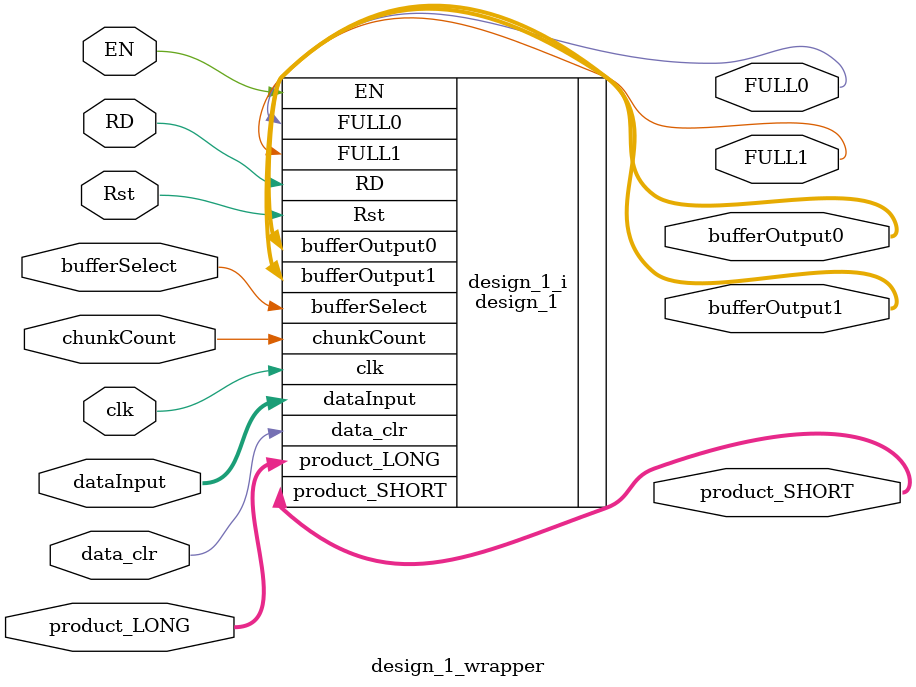
<source format=v>
`timescale 1 ps / 1 ps

module design_1_wrapper
   (EN,
    FULL0,
    FULL1,
    RD,
    Rst,
    bufferOutput0,
    bufferOutput1,
    bufferSelect,
    chunkCount,
    clk,
    dataInput,
    data_clr,
    product_LONG,
    product_SHORT);
  input EN;
  output FULL0;
  output FULL1;
  input RD;
  input Rst;
  output [3:0]bufferOutput0;
  output [3:0]bufferOutput1;
  input bufferSelect;
  input chunkCount;
  input clk;
  input [3:0]dataInput;
  input data_clr;
  input [7:0]product_LONG;
  output [3:0]product_SHORT;

  wire EN;
  wire FULL0;
  wire FULL1;
  wire RD;
  wire Rst;
  wire [3:0]bufferOutput0;
  wire [3:0]bufferOutput1;
  wire bufferSelect;
  wire chunkCount;
  wire clk;
  wire [3:0]dataInput;
  wire data_clr;
  wire [7:0]product_LONG;
  wire [3:0]product_SHORT;

  design_1 design_1_i
       (.EN(EN),
        .FULL0(FULL0),
        .FULL1(FULL1),
        .RD(RD),
        .Rst(Rst),
        .bufferOutput0(bufferOutput0),
        .bufferOutput1(bufferOutput1),
        .bufferSelect(bufferSelect),
        .chunkCount(chunkCount),
        .clk(clk),
        .dataInput(dataInput),
        .data_clr(data_clr),
        .product_LONG(product_LONG),
        .product_SHORT(product_SHORT));
endmodule

</source>
